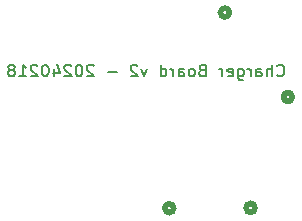
<source format=gbr>
%TF.GenerationSoftware,KiCad,Pcbnew,7.0.10-1.fc38*%
%TF.CreationDate,2024-02-18T19:40:33+00:00*%
%TF.ProjectId,usbc_power_supply_2,75736263-5f70-46f7-9765-725f73757070,rev?*%
%TF.SameCoordinates,Original*%
%TF.FileFunction,Legend,Bot*%
%TF.FilePolarity,Positive*%
%FSLAX46Y46*%
G04 Gerber Fmt 4.6, Leading zero omitted, Abs format (unit mm)*
G04 Created by KiCad (PCBNEW 7.0.10-1.fc38) date 2024-02-18 19:40:33*
%MOMM*%
%LPD*%
G01*
G04 APERTURE LIST*
%ADD10C,0.150000*%
%ADD11C,0.508000*%
G04 APERTURE END LIST*
D10*
X123351792Y-111624580D02*
X123399411Y-111672200D01*
X123399411Y-111672200D02*
X123542268Y-111719819D01*
X123542268Y-111719819D02*
X123637506Y-111719819D01*
X123637506Y-111719819D02*
X123780363Y-111672200D01*
X123780363Y-111672200D02*
X123875601Y-111576961D01*
X123875601Y-111576961D02*
X123923220Y-111481723D01*
X123923220Y-111481723D02*
X123970839Y-111291247D01*
X123970839Y-111291247D02*
X123970839Y-111148390D01*
X123970839Y-111148390D02*
X123923220Y-110957914D01*
X123923220Y-110957914D02*
X123875601Y-110862676D01*
X123875601Y-110862676D02*
X123780363Y-110767438D01*
X123780363Y-110767438D02*
X123637506Y-110719819D01*
X123637506Y-110719819D02*
X123542268Y-110719819D01*
X123542268Y-110719819D02*
X123399411Y-110767438D01*
X123399411Y-110767438D02*
X123351792Y-110815057D01*
X122923220Y-111719819D02*
X122923220Y-110719819D01*
X122494649Y-111719819D02*
X122494649Y-111196009D01*
X122494649Y-111196009D02*
X122542268Y-111100771D01*
X122542268Y-111100771D02*
X122637506Y-111053152D01*
X122637506Y-111053152D02*
X122780363Y-111053152D01*
X122780363Y-111053152D02*
X122875601Y-111100771D01*
X122875601Y-111100771D02*
X122923220Y-111148390D01*
X121589887Y-111719819D02*
X121589887Y-111196009D01*
X121589887Y-111196009D02*
X121637506Y-111100771D01*
X121637506Y-111100771D02*
X121732744Y-111053152D01*
X121732744Y-111053152D02*
X121923220Y-111053152D01*
X121923220Y-111053152D02*
X122018458Y-111100771D01*
X121589887Y-111672200D02*
X121685125Y-111719819D01*
X121685125Y-111719819D02*
X121923220Y-111719819D01*
X121923220Y-111719819D02*
X122018458Y-111672200D01*
X122018458Y-111672200D02*
X122066077Y-111576961D01*
X122066077Y-111576961D02*
X122066077Y-111481723D01*
X122066077Y-111481723D02*
X122018458Y-111386485D01*
X122018458Y-111386485D02*
X121923220Y-111338866D01*
X121923220Y-111338866D02*
X121685125Y-111338866D01*
X121685125Y-111338866D02*
X121589887Y-111291247D01*
X121113696Y-111719819D02*
X121113696Y-111053152D01*
X121113696Y-111243628D02*
X121066077Y-111148390D01*
X121066077Y-111148390D02*
X121018458Y-111100771D01*
X121018458Y-111100771D02*
X120923220Y-111053152D01*
X120923220Y-111053152D02*
X120827982Y-111053152D01*
X120066077Y-111053152D02*
X120066077Y-111862676D01*
X120066077Y-111862676D02*
X120113696Y-111957914D01*
X120113696Y-111957914D02*
X120161315Y-112005533D01*
X120161315Y-112005533D02*
X120256553Y-112053152D01*
X120256553Y-112053152D02*
X120399410Y-112053152D01*
X120399410Y-112053152D02*
X120494648Y-112005533D01*
X120066077Y-111672200D02*
X120161315Y-111719819D01*
X120161315Y-111719819D02*
X120351791Y-111719819D01*
X120351791Y-111719819D02*
X120447029Y-111672200D01*
X120447029Y-111672200D02*
X120494648Y-111624580D01*
X120494648Y-111624580D02*
X120542267Y-111529342D01*
X120542267Y-111529342D02*
X120542267Y-111243628D01*
X120542267Y-111243628D02*
X120494648Y-111148390D01*
X120494648Y-111148390D02*
X120447029Y-111100771D01*
X120447029Y-111100771D02*
X120351791Y-111053152D01*
X120351791Y-111053152D02*
X120161315Y-111053152D01*
X120161315Y-111053152D02*
X120066077Y-111100771D01*
X119208934Y-111672200D02*
X119304172Y-111719819D01*
X119304172Y-111719819D02*
X119494648Y-111719819D01*
X119494648Y-111719819D02*
X119589886Y-111672200D01*
X119589886Y-111672200D02*
X119637505Y-111576961D01*
X119637505Y-111576961D02*
X119637505Y-111196009D01*
X119637505Y-111196009D02*
X119589886Y-111100771D01*
X119589886Y-111100771D02*
X119494648Y-111053152D01*
X119494648Y-111053152D02*
X119304172Y-111053152D01*
X119304172Y-111053152D02*
X119208934Y-111100771D01*
X119208934Y-111100771D02*
X119161315Y-111196009D01*
X119161315Y-111196009D02*
X119161315Y-111291247D01*
X119161315Y-111291247D02*
X119637505Y-111386485D01*
X118732743Y-111719819D02*
X118732743Y-111053152D01*
X118732743Y-111243628D02*
X118685124Y-111148390D01*
X118685124Y-111148390D02*
X118637505Y-111100771D01*
X118637505Y-111100771D02*
X118542267Y-111053152D01*
X118542267Y-111053152D02*
X118447029Y-111053152D01*
X117018457Y-111196009D02*
X116875600Y-111243628D01*
X116875600Y-111243628D02*
X116827981Y-111291247D01*
X116827981Y-111291247D02*
X116780362Y-111386485D01*
X116780362Y-111386485D02*
X116780362Y-111529342D01*
X116780362Y-111529342D02*
X116827981Y-111624580D01*
X116827981Y-111624580D02*
X116875600Y-111672200D01*
X116875600Y-111672200D02*
X116970838Y-111719819D01*
X116970838Y-111719819D02*
X117351790Y-111719819D01*
X117351790Y-111719819D02*
X117351790Y-110719819D01*
X117351790Y-110719819D02*
X117018457Y-110719819D01*
X117018457Y-110719819D02*
X116923219Y-110767438D01*
X116923219Y-110767438D02*
X116875600Y-110815057D01*
X116875600Y-110815057D02*
X116827981Y-110910295D01*
X116827981Y-110910295D02*
X116827981Y-111005533D01*
X116827981Y-111005533D02*
X116875600Y-111100771D01*
X116875600Y-111100771D02*
X116923219Y-111148390D01*
X116923219Y-111148390D02*
X117018457Y-111196009D01*
X117018457Y-111196009D02*
X117351790Y-111196009D01*
X116208933Y-111719819D02*
X116304171Y-111672200D01*
X116304171Y-111672200D02*
X116351790Y-111624580D01*
X116351790Y-111624580D02*
X116399409Y-111529342D01*
X116399409Y-111529342D02*
X116399409Y-111243628D01*
X116399409Y-111243628D02*
X116351790Y-111148390D01*
X116351790Y-111148390D02*
X116304171Y-111100771D01*
X116304171Y-111100771D02*
X116208933Y-111053152D01*
X116208933Y-111053152D02*
X116066076Y-111053152D01*
X116066076Y-111053152D02*
X115970838Y-111100771D01*
X115970838Y-111100771D02*
X115923219Y-111148390D01*
X115923219Y-111148390D02*
X115875600Y-111243628D01*
X115875600Y-111243628D02*
X115875600Y-111529342D01*
X115875600Y-111529342D02*
X115923219Y-111624580D01*
X115923219Y-111624580D02*
X115970838Y-111672200D01*
X115970838Y-111672200D02*
X116066076Y-111719819D01*
X116066076Y-111719819D02*
X116208933Y-111719819D01*
X115018457Y-111719819D02*
X115018457Y-111196009D01*
X115018457Y-111196009D02*
X115066076Y-111100771D01*
X115066076Y-111100771D02*
X115161314Y-111053152D01*
X115161314Y-111053152D02*
X115351790Y-111053152D01*
X115351790Y-111053152D02*
X115447028Y-111100771D01*
X115018457Y-111672200D02*
X115113695Y-111719819D01*
X115113695Y-111719819D02*
X115351790Y-111719819D01*
X115351790Y-111719819D02*
X115447028Y-111672200D01*
X115447028Y-111672200D02*
X115494647Y-111576961D01*
X115494647Y-111576961D02*
X115494647Y-111481723D01*
X115494647Y-111481723D02*
X115447028Y-111386485D01*
X115447028Y-111386485D02*
X115351790Y-111338866D01*
X115351790Y-111338866D02*
X115113695Y-111338866D01*
X115113695Y-111338866D02*
X115018457Y-111291247D01*
X114542266Y-111719819D02*
X114542266Y-111053152D01*
X114542266Y-111243628D02*
X114494647Y-111148390D01*
X114494647Y-111148390D02*
X114447028Y-111100771D01*
X114447028Y-111100771D02*
X114351790Y-111053152D01*
X114351790Y-111053152D02*
X114256552Y-111053152D01*
X113494647Y-111719819D02*
X113494647Y-110719819D01*
X113494647Y-111672200D02*
X113589885Y-111719819D01*
X113589885Y-111719819D02*
X113780361Y-111719819D01*
X113780361Y-111719819D02*
X113875599Y-111672200D01*
X113875599Y-111672200D02*
X113923218Y-111624580D01*
X113923218Y-111624580D02*
X113970837Y-111529342D01*
X113970837Y-111529342D02*
X113970837Y-111243628D01*
X113970837Y-111243628D02*
X113923218Y-111148390D01*
X113923218Y-111148390D02*
X113875599Y-111100771D01*
X113875599Y-111100771D02*
X113780361Y-111053152D01*
X113780361Y-111053152D02*
X113589885Y-111053152D01*
X113589885Y-111053152D02*
X113494647Y-111100771D01*
X112351789Y-111053152D02*
X112113694Y-111719819D01*
X112113694Y-111719819D02*
X111875599Y-111053152D01*
X111542265Y-110815057D02*
X111494646Y-110767438D01*
X111494646Y-110767438D02*
X111399408Y-110719819D01*
X111399408Y-110719819D02*
X111161313Y-110719819D01*
X111161313Y-110719819D02*
X111066075Y-110767438D01*
X111066075Y-110767438D02*
X111018456Y-110815057D01*
X111018456Y-110815057D02*
X110970837Y-110910295D01*
X110970837Y-110910295D02*
X110970837Y-111005533D01*
X110970837Y-111005533D02*
X111018456Y-111148390D01*
X111018456Y-111148390D02*
X111589884Y-111719819D01*
X111589884Y-111719819D02*
X110970837Y-111719819D01*
X109780360Y-111338866D02*
X109018456Y-111338866D01*
X107827979Y-110815057D02*
X107780360Y-110767438D01*
X107780360Y-110767438D02*
X107685122Y-110719819D01*
X107685122Y-110719819D02*
X107447027Y-110719819D01*
X107447027Y-110719819D02*
X107351789Y-110767438D01*
X107351789Y-110767438D02*
X107304170Y-110815057D01*
X107304170Y-110815057D02*
X107256551Y-110910295D01*
X107256551Y-110910295D02*
X107256551Y-111005533D01*
X107256551Y-111005533D02*
X107304170Y-111148390D01*
X107304170Y-111148390D02*
X107875598Y-111719819D01*
X107875598Y-111719819D02*
X107256551Y-111719819D01*
X106637503Y-110719819D02*
X106542265Y-110719819D01*
X106542265Y-110719819D02*
X106447027Y-110767438D01*
X106447027Y-110767438D02*
X106399408Y-110815057D01*
X106399408Y-110815057D02*
X106351789Y-110910295D01*
X106351789Y-110910295D02*
X106304170Y-111100771D01*
X106304170Y-111100771D02*
X106304170Y-111338866D01*
X106304170Y-111338866D02*
X106351789Y-111529342D01*
X106351789Y-111529342D02*
X106399408Y-111624580D01*
X106399408Y-111624580D02*
X106447027Y-111672200D01*
X106447027Y-111672200D02*
X106542265Y-111719819D01*
X106542265Y-111719819D02*
X106637503Y-111719819D01*
X106637503Y-111719819D02*
X106732741Y-111672200D01*
X106732741Y-111672200D02*
X106780360Y-111624580D01*
X106780360Y-111624580D02*
X106827979Y-111529342D01*
X106827979Y-111529342D02*
X106875598Y-111338866D01*
X106875598Y-111338866D02*
X106875598Y-111100771D01*
X106875598Y-111100771D02*
X106827979Y-110910295D01*
X106827979Y-110910295D02*
X106780360Y-110815057D01*
X106780360Y-110815057D02*
X106732741Y-110767438D01*
X106732741Y-110767438D02*
X106637503Y-110719819D01*
X105923217Y-110815057D02*
X105875598Y-110767438D01*
X105875598Y-110767438D02*
X105780360Y-110719819D01*
X105780360Y-110719819D02*
X105542265Y-110719819D01*
X105542265Y-110719819D02*
X105447027Y-110767438D01*
X105447027Y-110767438D02*
X105399408Y-110815057D01*
X105399408Y-110815057D02*
X105351789Y-110910295D01*
X105351789Y-110910295D02*
X105351789Y-111005533D01*
X105351789Y-111005533D02*
X105399408Y-111148390D01*
X105399408Y-111148390D02*
X105970836Y-111719819D01*
X105970836Y-111719819D02*
X105351789Y-111719819D01*
X104494646Y-111053152D02*
X104494646Y-111719819D01*
X104732741Y-110672200D02*
X104970836Y-111386485D01*
X104970836Y-111386485D02*
X104351789Y-111386485D01*
X103780360Y-110719819D02*
X103685122Y-110719819D01*
X103685122Y-110719819D02*
X103589884Y-110767438D01*
X103589884Y-110767438D02*
X103542265Y-110815057D01*
X103542265Y-110815057D02*
X103494646Y-110910295D01*
X103494646Y-110910295D02*
X103447027Y-111100771D01*
X103447027Y-111100771D02*
X103447027Y-111338866D01*
X103447027Y-111338866D02*
X103494646Y-111529342D01*
X103494646Y-111529342D02*
X103542265Y-111624580D01*
X103542265Y-111624580D02*
X103589884Y-111672200D01*
X103589884Y-111672200D02*
X103685122Y-111719819D01*
X103685122Y-111719819D02*
X103780360Y-111719819D01*
X103780360Y-111719819D02*
X103875598Y-111672200D01*
X103875598Y-111672200D02*
X103923217Y-111624580D01*
X103923217Y-111624580D02*
X103970836Y-111529342D01*
X103970836Y-111529342D02*
X104018455Y-111338866D01*
X104018455Y-111338866D02*
X104018455Y-111100771D01*
X104018455Y-111100771D02*
X103970836Y-110910295D01*
X103970836Y-110910295D02*
X103923217Y-110815057D01*
X103923217Y-110815057D02*
X103875598Y-110767438D01*
X103875598Y-110767438D02*
X103780360Y-110719819D01*
X103066074Y-110815057D02*
X103018455Y-110767438D01*
X103018455Y-110767438D02*
X102923217Y-110719819D01*
X102923217Y-110719819D02*
X102685122Y-110719819D01*
X102685122Y-110719819D02*
X102589884Y-110767438D01*
X102589884Y-110767438D02*
X102542265Y-110815057D01*
X102542265Y-110815057D02*
X102494646Y-110910295D01*
X102494646Y-110910295D02*
X102494646Y-111005533D01*
X102494646Y-111005533D02*
X102542265Y-111148390D01*
X102542265Y-111148390D02*
X103113693Y-111719819D01*
X103113693Y-111719819D02*
X102494646Y-111719819D01*
X101542265Y-111719819D02*
X102113693Y-111719819D01*
X101827979Y-111719819D02*
X101827979Y-110719819D01*
X101827979Y-110719819D02*
X101923217Y-110862676D01*
X101923217Y-110862676D02*
X102018455Y-110957914D01*
X102018455Y-110957914D02*
X102113693Y-111005533D01*
X100970836Y-111148390D02*
X101066074Y-111100771D01*
X101066074Y-111100771D02*
X101113693Y-111053152D01*
X101113693Y-111053152D02*
X101161312Y-110957914D01*
X101161312Y-110957914D02*
X101161312Y-110910295D01*
X101161312Y-110910295D02*
X101113693Y-110815057D01*
X101113693Y-110815057D02*
X101066074Y-110767438D01*
X101066074Y-110767438D02*
X100970836Y-110719819D01*
X100970836Y-110719819D02*
X100780360Y-110719819D01*
X100780360Y-110719819D02*
X100685122Y-110767438D01*
X100685122Y-110767438D02*
X100637503Y-110815057D01*
X100637503Y-110815057D02*
X100589884Y-110910295D01*
X100589884Y-110910295D02*
X100589884Y-110957914D01*
X100589884Y-110957914D02*
X100637503Y-111053152D01*
X100637503Y-111053152D02*
X100685122Y-111100771D01*
X100685122Y-111100771D02*
X100780360Y-111148390D01*
X100780360Y-111148390D02*
X100970836Y-111148390D01*
X100970836Y-111148390D02*
X101066074Y-111196009D01*
X101066074Y-111196009D02*
X101113693Y-111243628D01*
X101113693Y-111243628D02*
X101161312Y-111338866D01*
X101161312Y-111338866D02*
X101161312Y-111529342D01*
X101161312Y-111529342D02*
X101113693Y-111624580D01*
X101113693Y-111624580D02*
X101066074Y-111672200D01*
X101066074Y-111672200D02*
X100970836Y-111719819D01*
X100970836Y-111719819D02*
X100780360Y-111719819D01*
X100780360Y-111719819D02*
X100685122Y-111672200D01*
X100685122Y-111672200D02*
X100637503Y-111624580D01*
X100637503Y-111624580D02*
X100589884Y-111529342D01*
X100589884Y-111529342D02*
X100589884Y-111338866D01*
X100589884Y-111338866D02*
X100637503Y-111243628D01*
X100637503Y-111243628D02*
X100685122Y-111196009D01*
X100685122Y-111196009D02*
X100780360Y-111148390D01*
D11*
%TO.C,J2*%
X121496000Y-122845100D02*
G75*
G03*
X120734000Y-122845100I-381000J0D01*
G01*
X120734000Y-122845100D02*
G75*
G03*
X121496000Y-122845100I381000J0D01*
G01*
%TO.C,Q1*%
X124658500Y-113457500D02*
G75*
G03*
X123896500Y-113457500I-381000J0D01*
G01*
X123896500Y-113457500D02*
G75*
G03*
X124658500Y-113457500I381000J0D01*
G01*
%TO.C,J3*%
X114616000Y-122875100D02*
G75*
G03*
X113854000Y-122875100I-381000J0D01*
G01*
X113854000Y-122875100D02*
G75*
G03*
X114616000Y-122875100I381000J0D01*
G01*
%TO.C,J1*%
X119326402Y-106310000D02*
G75*
G03*
X118564402Y-106310000I-381000J0D01*
G01*
X118564402Y-106310000D02*
G75*
G03*
X119326402Y-106310000I381000J0D01*
G01*
%TD*%
M02*

</source>
